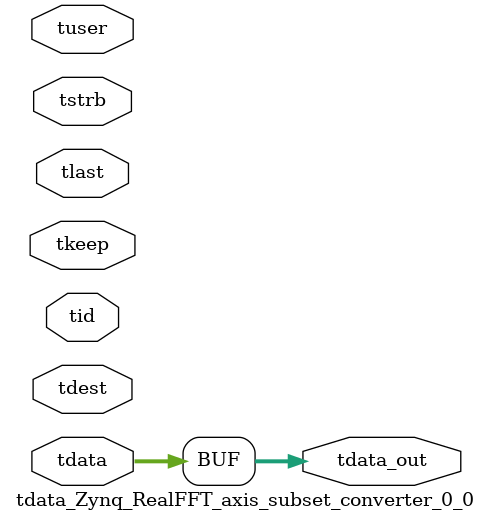
<source format=v>


`timescale 1ps/1ps

module tdata_Zynq_RealFFT_axis_subset_converter_0_0 #
(
parameter C_S_AXIS_TDATA_WIDTH = 32,
parameter C_S_AXIS_TUSER_WIDTH = 0,
parameter C_S_AXIS_TID_WIDTH   = 0,
parameter C_S_AXIS_TDEST_WIDTH = 0,
parameter C_M_AXIS_TDATA_WIDTH = 32
)
(
input  [(C_S_AXIS_TDATA_WIDTH == 0 ? 1 : C_S_AXIS_TDATA_WIDTH)-1:0     ] tdata,
input  [(C_S_AXIS_TUSER_WIDTH == 0 ? 1 : C_S_AXIS_TUSER_WIDTH)-1:0     ] tuser,
input  [(C_S_AXIS_TID_WIDTH   == 0 ? 1 : C_S_AXIS_TID_WIDTH)-1:0       ] tid,
input  [(C_S_AXIS_TDEST_WIDTH == 0 ? 1 : C_S_AXIS_TDEST_WIDTH)-1:0     ] tdest,
input  [(C_S_AXIS_TDATA_WIDTH/8)-1:0 ] tkeep,
input  [(C_S_AXIS_TDATA_WIDTH/8)-1:0 ] tstrb,
input                                                                    tlast,
output [C_M_AXIS_TDATA_WIDTH-1:0] tdata_out
);

assign tdata_out = {tdata[31:0]};

endmodule


</source>
